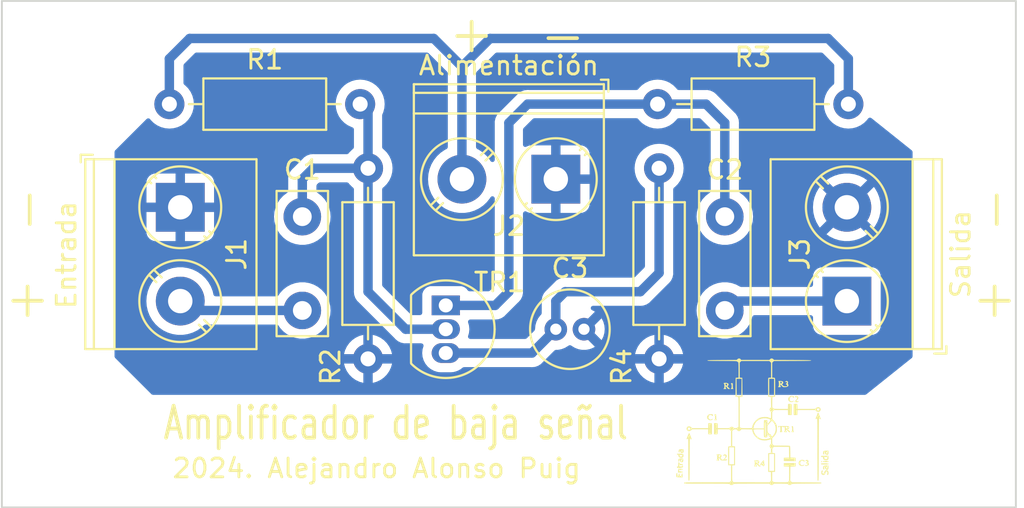
<source format=kicad_pcb>
(kicad_pcb (version 20221018) (generator pcbnew)
  (layers (0 "F.Cu" signal) (31 "B.Cu" signal) (34 "B.Paste" user) (35 "F.Paste" user) (36 "B.SilkS" user "B.Silkscreen") (37 "F.SilkS" user "F.Silkscreen") (38 "B.Mask" user) (39 "F.Mask" user) (44 "Edge.Cuts" user))
  (net 0 "")
  (net 1 "Net-(TR1-B)")
  (net 2 "Net-(J1-Pin_2)")
  (net 3 "Net-(J3-Pin_1)")
  (net 4 "Net-(TR1-C)")
  (net 5 "Net-(TR1-E)")
  (net 6 "GND")
  (net 7 "VCC")
  (footprint "Capacitor_THT:C_Disc_D7.5mm_W2.5mm_P5.00mm" (layer "F.Cu") (at 115 76.5 -90)
    (fp_text reference "C1" (at -2.5 0 -180) (layer "F.SilkS"))
    (fp_text value "100nF")
    (pad "1" thru_hole circle (at 0 0 270) (size 2 2) (drill 1) (layers "*.Cu" "*.Mask") (net 1 "Net-(TR1-B)"))
    (pad "2" thru_hole circle (at 5 0 270) (size 2 2) (drill 1) (layers "*.Cu" "*.Mask") (net 2 "Net-(J1-Pin_2)"))
  )
  (footprint "MountingHole:MountingHole_3.2mm_M3" (layer "F.Cu") (at 103 69.5)
    (fp_text reference "REF**" hide)
    (fp_text value "MountingHole_3.2mm_M3" hide)
    (pad "" np_thru_hole circle (at 0 0) (size 3.2 3.2) (drill 3.2) (layers "*.Cu" "*.Mask"))
  )
  (footprint "MountingHole:MountingHole_3.2mm_M3" (layer "F.Cu") (at 103 88)
    (fp_text reference "REF**" hide)
    (fp_text value "MountingHole_3.2mm_M3" hide)
    (pad "" np_thru_hole circle (at 0 0) (size 3.2 3.2) (drill 3.2) (layers "F&B.Cu" "*.Mask"))
  )
  (footprint "MountingHole:MountingHole_3.2mm_M3" (layer "F.Cu") (at 149 69)
    (fp_text reference "REF**" hide)
    (fp_text value "MountingHole_3.2mm_M3" hide)
    (pad "" np_thru_hole circle (at 0 0) (size 3.2 3.2) (drill 3.2) (layers "F&B.Cu" "*.Mask"))
  )
  (footprint "Resistor_THT:R_Axial_DIN0207_L6.3mm_D2.5mm_P10.16mm_Horizontal" (layer "F.Cu") (at 134 73.92 -90)
    (fp_text reference "R4" (at 10.58 2 -90) (layer "F.SilkS"))
    (fp_text value "10")
    (pad "1" thru_hole circle (at 0 0 270) (size 1.6 1.6) (drill 0.8) (layers "*.Cu" "*.Mask") (net 5 "Net-(TR1-E)"))
    (pad "2" thru_hole oval (at 10.16 0 270) (size 1.6 1.6) (drill 0.8) (layers "*.Cu" "*.Mask") (net 6 "GND"))
  )
  (footprint "Resistor_THT:R_Axial_DIN0207_L6.3mm_D2.5mm_P10.16mm_Horizontal" (layer "F.Cu") (at 107.92 70.5)
    (fp_text reference "R1" (at 5.08 -2.37) (layer "F.SilkS"))
    (fp_text value "1.5k")
    (pad "1" thru_hole circle (at 0 0) (size 1.6 1.6) (drill 0.8) (layers "*.Cu" "*.Mask") (net 7 "VCC"))
    (pad "2" thru_hole oval (at 10.16 0) (size 1.6 1.6) (drill 0.8) (layers "*.Cu" "*.Mask") (net 1 "Net-(TR1-B)"))
  )
  (footprint "ampli:ampli" (layer "F.Cu") (at 139 87.5)
    (fp_text reference "G***" hide)
    (fp_text value "LOGO" hide)
  )
  (footprint "Package_TO_SOT_THT:TO-92_Inline" (layer "F.Cu") (at 122.64 81.23 -90)
    (fp_text reference "TR1" (at -1.23 -2.86) (layer "F.SilkS"))
    (fp_text value "BC547")
    (pad "1" thru_hole rect (at 0 0 270) (size 1.05 1.5) (drill 0.75) (layers "*.Cu" "*.Mask") (net 4 "Net-(TR1-C)"))
    (pad "2" thru_hole oval (at 1.27 0 270) (size 1.05 1.5) (drill 0.75) (layers "*.Cu" "*.Mask") (net 1 "Net-(TR1-B)"))
    (pad "3" thru_hole oval (at 2.54 0 270) (size 1.05 1.5) (drill 0.75) (layers "*.Cu" "*.Mask") (net 5 "Net-(TR1-E)"))
  )
  (footprint "TerminalBlock_Phoenix:TerminalBlock_Phoenix_PT-1,5-2-5.0-H_1x02_P5.00mm_Horizontal" (layer "F.Cu") (at 144 81 90)
    (fp_text reference "J3" (at 2.5 -2.5 90) (layer "F.SilkS"))
    (fp_text value "Salida" (at 2.5 6.06 90) (layer "F.SilkS"))
    (pad "1" thru_hole rect (at 0 0 90) (size 2.6 2.6) (drill 1.3) (layers "*.Cu" "*.Mask") (net 3 "Net-(J3-Pin_1)"))
    (pad "2" thru_hole circle (at 5 0 90) (size 2.6 2.6) (drill 1.3) (layers "*.Cu" "*.Mask") (net 6 "GND"))
  )
  (footprint "Capacitor_THT:C_Radial_D4.0mm_H7.0mm_P1.50mm" (layer "F.Cu") (at 128.5 82.5)
    (fp_text reference "C3" (at 0.75 -3.25) (layer "F.SilkS"))
    (fp_text value "1uF")
    (pad "1" thru_hole circle (at 0 0) (size 1.2 1.2) (drill 0.6) (layers "*.Cu" "*.Mask") (net 5 "Net-(TR1-E)"))
    (pad "2" thru_hole circle (at 1.5 0) (size 1.2 1.2) (drill 0.6) (layers "*.Cu" "*.Mask") (net 6 "GND"))
  )
  (footprint "MountingHole:MountingHole_3.2mm_M3" (layer "F.Cu") (at 149 88)
    (fp_text reference "REF**" hide)
    (fp_text value "MountingHole_3.2mm_M3" hide)
    (pad "" np_thru_hole circle (at 0 0) (size 3.2 3.2) (drill 3.2) (layers "F&B.Cu" "*.Mask"))
  )
  (footprint "TerminalBlock_Phoenix:TerminalBlock_Phoenix_PT-1,5-2-5.0-H_1x02_P5.00mm_Horizontal" (layer "F.Cu") (at 108.5 76 -90)
    (fp_text reference "J1" (at 2.5 -3 -90) (layer "F.SilkS"))
    (fp_text value "Entrada" (at 2.545 6.06 -90) (layer "F.SilkS"))
    (pad "1" thru_hole rect (at 0 0 270) (size 2.6 2.6) (drill 1.3) (layers "*.Cu" "*.Mask") (net 6 "GND"))
    (pad "2" thru_hole circle (at 5 0 270) (size 2.6 2.6) (drill 1.3) (layers "*.Cu" "*.Mask") (net 2 "Net-(J1-Pin_2)"))
  )
  (footprint "Resistor_THT:R_Axial_DIN0207_L6.3mm_D2.5mm_P10.16mm_Horizontal" (layer "F.Cu") (at 144.08 70.5 180)
    (fp_text reference "R3" (at 5.08 2.5) (layer "F.SilkS"))
    (fp_text value "100")
    (pad "1" thru_hole circle (at 0 0 180) (size 1.6 1.6) (drill 0.8) (layers "*.Cu" "*.Mask") (net 7 "VCC"))
    (pad "2" thru_hole oval (at 10.16 0 180) (size 1.6 1.6) (drill 0.8) (layers "*.Cu" "*.Mask") (net 4 "Net-(TR1-C)"))
  )
  (footprint "Resistor_THT:R_Axial_DIN0207_L6.3mm_D2.5mm_P10.16mm_Horizontal" (layer "F.Cu") (at 118.5 73.92 -90)
    (fp_text reference "R2" (at 10.58 2 -90) (layer "F.SilkS"))
    (fp_text value "220")
    (pad "1" thru_hole circle (at 0 0 270) (size 1.6 1.6) (drill 0.8) (layers "*.Cu" "*.Mask") (net 1 "Net-(TR1-B)"))
    (pad "2" thru_hole oval (at 10.16 0 270) (size 1.6 1.6) (drill 0.8) (layers "*.Cu" "*.Mask") (net 6 "GND"))
  )
  (footprint "Capacitor_THT:C_Disc_D7.5mm_W2.5mm_P5.00mm" (layer "F.Cu") (at 137.5 81.5 90)
    (fp_text reference "C2" (at 7.5 0 180) (layer "F.SilkS"))
    (fp_text value "100nF")
    (pad "1" thru_hole circle (at 0 0 90) (size 2 2) (drill 1) (layers "*.Cu" "*.Mask") (net 3 "Net-(J3-Pin_1)"))
    (pad "2" thru_hole circle (at 5 0 90) (size 2 2) (drill 1) (layers "*.Cu" "*.Mask") (net 4 "Net-(TR1-C)"))
  )
  (footprint "TerminalBlock_Phoenix:TerminalBlock_Phoenix_PT-1,5-2-5.0-H_1x02_P5.00mm_Horizontal" (layer "F.Cu") (at 128.5 74.5 180)
    (fp_text reference "J2" (at 2.5 -2.5 180) (layer "F.SilkS"))
    (fp_text value "Alimentación" (at 2.5 6.06 180) (layer "F.SilkS"))
    (pad "1" thru_hole rect (at 0 0 180) (size 2.6 2.6) (drill 1.3) (layers "*.Cu" "*.Mask") (net 6 "GND"))
    (pad "2" thru_hole circle (at 5 0 180) (size 2.6 2.6) (drill 1.3) (layers "*.Cu" "*.Mask") (net 7 "VCC"))
  )
  (gr_rect (start 99 65) (end 153 92) (stroke (width 0.1)) (fill none) (layer "Edge.Cuts"))
  (gr_text "+" (at 123 65.5 -90) (layer "F.SilkS") (effects (font (size 2 2) (thickness 0.2)) (justify left bottom)))
  (gr_text "-" (at 153 77.5 90) (layer "F.SilkS") (effects (font (size 2 2) (thickness 0.2)) (justify left bottom)))
  (gr_text "+" (at 150.5 82) (layer "F.SilkS") (effects (font (size 2 2) (thickness 0.2)) (justify left bottom)))
  (gr_text "+" (at 99 82) (layer "F.SilkS") (effects (font (size 2 2) (thickness 0.2)) (justify left bottom)))
  (gr_text "-" (at 127.5 68) (layer "F.SilkS") (effects (font (size 2 2) (thickness 0.2)) (justify left bottom)))
  (gr_text "Amplificador de baja señal" (at 107.5 88.5) (layer "F.SilkS") (effects (font (size 1.7 1.2) (thickness 0.2)) (justify left bottom)))
  (gr_text "2024. Alejandro Alonso Puig" (at 108 90.5) (layer "F.SilkS") (effects (font (size 1 1)) (justify left bottom)))
  (gr_text "-" (at 101.5 77.5 90) (layer "F.SilkS") (effects (font (size 2 2) (thickness 0.2)) (justify left bottom)))
  (segment (start 122.64 82.5) (end 120.5 82.5) (width 0.5) (layer "B.Cu") (net 1))
  (segment (start 118.5 80.5) (end 120.5 82.5) (width 0.5) (layer "B.Cu") (net 1))
  (segment (start 118.5 73.92) (end 118.5 70.92) (width 0.5) (layer "B.Cu") (net 1))
  (segment (start 118.5 70.92) (end 118.08 70.5) (width 0.5) (layer "B.Cu") (net 1))
  (segment (start 118.5 73.92) (end 118.5 80.5) (width 0.5) (layer "B.Cu") (net 1))
  (segment (start 115 74.5) (end 115.58 73.92) (width 0.5) (layer "B.Cu") (net 1))
  (segment (start 115 76.5) (end 115 74.5) (width 0.5) (layer "B.Cu") (net 1))
  (segment (start 115.58 73.92) (end 118.5 73.92) (width 0.5) (layer "B.Cu") (net 1))
  (segment (start 115 81.5) (end 109 81.5) (width 0.5) (layer "B.Cu") (net 2))
  (segment (start 109 81.5) (end 108.5 81) (width 0.5) (layer "B.Cu") (net 2))
  (segment (start 138 81) (end 137.5 81.5) (width 0.5) (layer "B.Cu") (net 3))
  (segment (start 144 81) (end 138 81) (width 0.5) (layer "B.Cu") (net 3))
  (segment (start 126 71.5) (end 126 80.5) (width 0.5) (layer "B.Cu") (net 4))
  (segment (start 136.5 70.5) (end 133.92 70.5) (width 0.5) (layer "B.Cu") (net 4))
  (segment (start 125.27 81.23) (end 122.64 81.23) (width 0.5) (layer "B.Cu") (net 4))
  (segment (start 137.5 71.5) (end 136.5 70.5) (width 0.5) (layer "B.Cu") (net 4))
  (segment (start 137.5 76.5) (end 137.5 71.5) (width 0.5) (layer "B.Cu") (net 4))
  (segment (start 133.92 70.5) (end 127 70.5) (width 0.5) (layer "B.Cu") (net 4))
  (segment (start 127 70.5) (end 126 71.5) (width 0.5) (layer "B.Cu") (net 4))
  (segment (start 126 80.5) (end 125.27 81.23) (width 0.5) (layer "B.Cu") (net 4))
  (segment (start 122.64 83.77) (end 127.23 83.77) (width 0.5) (layer "B.Cu") (net 5))
  (segment (start 128.5 82.5) (end 128.5 81) (width 0.5) (layer "B.Cu") (net 5))
  (segment (start 133 80.5) (end 134 79.5) (width 0.5) (layer "B.Cu") (net 5))
  (segment (start 134 79.5) (end 134 73.92) (width 0.5) (layer "B.Cu") (net 5))
  (segment (start 128.5 81) (end 129 80.5) (width 0.5) (layer "B.Cu") (net 5))
  (segment (start 127.23 83.77) (end 128.5 82.5) (width 0.5) (layer "B.Cu") (net 5))
  (segment (start 129 80.5) (end 133 80.5) (width 0.5) (layer "B.Cu") (net 5))
  (segment (start 107.92 70.5) (end 107.92 68.08) (width 0.5) (layer "B.Cu") (net 7))
  (segment (start 107.92 68.08) (end 109 67) (width 0.5) (layer "B.Cu") (net 7))
  (segment (start 144.08 68.08) (end 143 67) (width 0.5) (layer "B.Cu") (net 7))
  (segment (start 122 67) (end 123.5 68.5) (width 0.5) (layer "B.Cu") (net 7))
  (segment (start 143 67) (end 125 67) (width 0.5) (layer "B.Cu") (net 7))
  (segment (start 123.5 68.5) (end 123.5 74.5) (width 0.5) (layer "B.Cu") (net 7))
  (segment (start 125 67) (end 123.5 68.5) (width 0.5) (layer "B.Cu") (net 7))
  (segment (start 144.08 70.5) (end 144.08 68.08) (width 0.5) (layer "B.Cu") (net 7))
  (segment (start 109 67) (end 122 67) (width 0.5) (layer "B.Cu") (net 7))
  (zone (net 6) (net_name "GND") (layer "B.Cu") (connect_pads (clearance 0.5)) (min_thickness 0.25) (fill yes (thermal_gap 0.5) (thermal_bridge_width 0.5))
    (polygon (pts (xy 99 65) (xy 153 65) (xy 153 92) (xy 99 92)))
  )
  (zone (net 0) (net_name "") (layer "B.Cu") (connect_pads (clearance 0)) (min_thickness 0.25)
    (keepout (tracks not_allowed) (vias not_allowed) (pads allowed) (copperpour not_allowed) (footprints allowed))
    (fill (thermal_gap 0.5) (thermal_bridge_width 0.5))
    (polygon (pts (xy 153 92) (xy 153 65) (xy 99 65) (xy 99 92) (xy 107 92) (xy 107 86) (xy 105 84) (xy 105 73) (xy 107 71) (xy 107 67) (xy 108 66) (xy 144 66) (xy 145 67) (xy 145 71) (xy 147.5 73) (xy 147.5 84) (xy 145 86) (xy 107 86) (xy 107 92)))
  )
)
</source>
